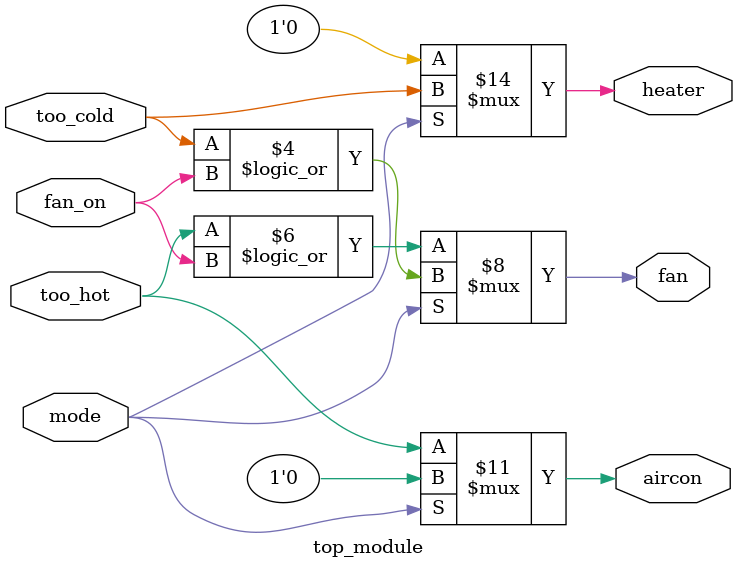
<source format=sv>
module top_module(
    input mode,
    input too_cold,
    input too_hot,
    input fan_on,
    output heater,
    output aircon,
    output fan
);

reg heater;
reg aircon;
reg fan;

always @(*) begin
    if (mode == 1) begin
        heater = too_cold;
        aircon = 0;
        fan = (heater || aircon || fan_on);
    end else begin
        heater = 0;
        aircon = too_hot;
        fan = (heater || aircon || fan_on);
    end
end

endmodule

</source>
